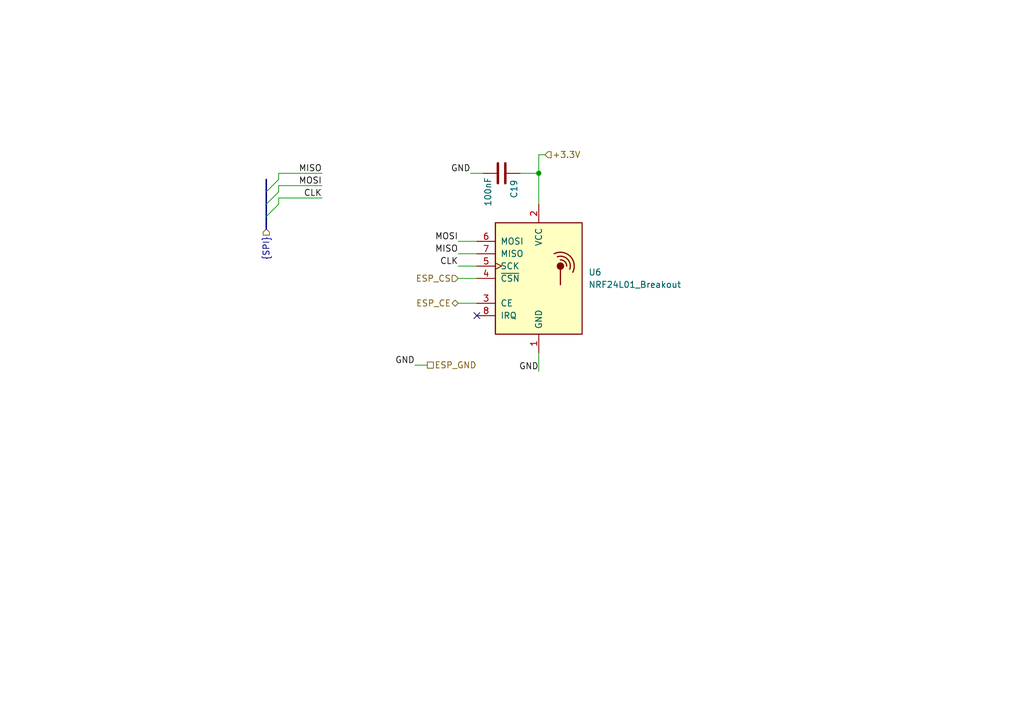
<source format=kicad_sch>
(kicad_sch (version 20231120) (generator "eeschema") (generator_version "8.0")
  (paper "A5")
  (title_block (title "Wifi connector for NRF24 breakout") (date "2024-04-17") (rev "1.0"))
  (lib_symbols
    (symbol "Device:C" (pin_numbers hide) (pin_names (offset 0.254))
      (property "Reference" "C" (at 0.635 2.54 0))
      (property "Value" "C" (at 0.635 -2.54 0))
      (symbol "C_0_1"
        (polyline (pts (xy -2.032 -0.762) (xy 2.032 -0.762)) (stroke (width 0.508)))
        (polyline (pts (xy -2.032 0.762) (xy 2.032 0.762)) (stroke (width 0.508)))
      )
      (symbol "C_1_1"
        (pin passive line (at 0 3.81 270) (length 2.794) (name "~") (number "1"))
        (pin passive line (at 0 -3.81 90) (length 2.794) (name "~") (number "2"))
      )
    )
    (symbol "RF:NRF24L01_Breakout" (pin_names (offset 1.016))
      (property "Reference" "U" (at -8.89 12.7 0))
      (property "Value" "NRF24L01_Breakout" (at 3.81 12.7 0))
      (symbol "NRF24L01_Breakout_0_1"
        (rectangle (start -8.89 11.43) (end 8.89 -11.43) (stroke (width 0.254)) (fill (type background)))
        (polyline (pts (xy 4.445 1.905) (xy 4.445 -1.27)) (stroke (width 0.254)))
        (circle (center 4.445 2.54) (radius 0.635) (stroke (width 0.254)) (fill (type outline)))
        (arc (start 5.715 2.54) (mid 5.3521 3.4546) (end 4.445 3.81) (stroke (width 0.254)))
        (arc (start 6.35 1.905) (mid 5.8763 3.9854) (end 3.81 4.445) (stroke (width 0.254)))
        (arc (start 6.985 1.27) (mid 6.453 4.548) (end 3.175 5.08) (stroke (width 0.254)))
      )
      (symbol "NRF24L01_Breakout_1_1"
        (pin power_in line (at 0 -15.24 90) (length 3.81) (name "GND") (number "1"))
        (pin power_in line (at 0 15.24 270) (length 3.81) (name "VCC") (number "2"))
        (pin input line (at -12.7 -5.08 0) (length 3.81) (name "CE") (number "3"))
        (pin input line (at -12.7 0 0) (length 3.81) (name "~{CSN}") (number "4"))
        (pin input clock (at -12.7 2.54 0) (length 3.81) (name "SCK") (number "5"))
        (pin input line (at -12.7 7.62 0) (length 3.81) (name "MOSI") (number "6"))
        (pin output line (at -12.7 5.08 0) (length 3.81) (name "MISO") (number "7"))
        (pin output line (at -12.7 -7.62 0) (length 3.81) (name "IRQ") (number "8"))
      )
    )
  )
  (junction (at 110.49 35.56))
  (no_connect (at 97.79 64.77))
  (bus_entry (at 57.15 36.83) (size -2.54 2.54))
  (bus_entry (at 57.15 41.91) (size -2.54 2.54))
  (bus_entry (at 57.15 39.37) (size -2.54 2.54))
  (wire (pts (xy 93.98 54.61) (xy 97.79 54.61)))
  (wire (pts (xy 57.15 39.37) (xy 57.15 38.1)))
  (wire (pts (xy 96.52 35.56) (xy 99.06 35.56)))
  (wire (pts (xy 66.04 38.1) (xy 57.15 38.1)))
  (bus (pts (xy 54.61 39.37) (xy 54.61 36.83)))
  (wire (pts (xy 66.04 40.64) (xy 57.15 40.64)))
  (bus (pts (xy 54.61 46.99) (xy 54.61 44.45)))
  (wire (pts (xy 110.49 31.75) (xy 110.49 35.56)))
  (wire (pts (xy 57.15 35.56) (xy 57.15 36.83)))
  (wire (pts (xy 106.68 35.56) (xy 110.49 35.56)))
  (wire (pts (xy 110.49 35.56) (xy 110.49 41.91)))
  (wire (pts (xy 93.98 49.53) (xy 97.79 49.53)))
  (wire (pts (xy 110.49 72.39) (xy 110.49 76.2)))
  (bus (pts (xy 54.61 41.91) (xy 54.61 39.37)))
  (wire (pts (xy 93.98 62.23) (xy 97.79 62.23)))
  (wire (pts (xy 111.76 31.75) (xy 110.49 31.75)))
  (wire (pts (xy 57.15 41.91) (xy 57.15 40.64)))
  (wire (pts (xy 85.09 74.93) (xy 87.63 74.93)))
  (wire (pts (xy 66.04 35.56) (xy 57.15 35.56)))
  (wire (pts (xy 93.98 52.07) (xy 97.79 52.07)))
  (bus (pts (xy 54.61 44.45) (xy 54.61 41.91)))
  (wire (pts (xy 93.98 57.15) (xy 97.79 57.15)))
  (label "CLK" (at 66.04 40.64 180))
  (label "MISO" (at 93.98 52.07 180))
  (label "MOSI" (at 93.98 49.53 180))
  (label "MOSI" (at 66.04 38.1 180))
  (label "GND" (at 110.49 76.2 180))
  (label "GND" (at 85.09 74.93 180))
  (label "MISO" (at 66.04 35.56 180))
  (label "CLK" (at 93.98 54.61 180))
  (label "GND" (at 96.52 35.56 180))
  (hierarchical_label "+3.3V" (shape input) (at 111.76 31.75 0))
  (hierarchical_label "{SPI}" (shape input) (at 54.61 46.99 270))
  (hierarchical_label "ESP_CS" (shape input) (at 93.98 57.15 180))
  (hierarchical_label "ESP_GND" (shape passive) (at 87.63 74.93 0))
  (hierarchical_label "ESP_CE" (shape bidirectional) (at 93.98 62.23 180))
  (symbol (lib_id "Device:C") (at 102.87 35.56 270) (unit 1)
    (property "Reference" "C19" (at 105.41 36.83 0) (effects (justify left)))
    (property "Value" "100nF" (at 100.076 36.322 0) (effects (justify left)))
    (property "Footprint" "Capacitor_THT:C_Radial_D5.0mm_H11.0mm_P2.00mm" (effects (hide yes)))
  )
  (symbol (lib_id "RF:NRF24L01_Breakout") (at 110.49 57.15 0) (unit 1)
    (property "Reference" "U6" (at 120.65 55.8799 0) (effects (justify left)))
    (property "Value" "NRF24L01_Breakout" (at 120.65 58.4199 0) (effects (justify left)))
    (property "Footprint" "RF_Module:nRF24L01_Breakout" (effects (hide yes)))
    (property "Datasheet" "http://www.nordicsemi.com/eng/content/download/2730/34105/file/nRF24L01_Product_Specification_v2_0.pdf" (effects (hide yes)))
    (property "Description" "Ultra low power 2.4GHz RF Transceiver, Carrier PCB" (effects (hide yes)))
  )
)
</source>
